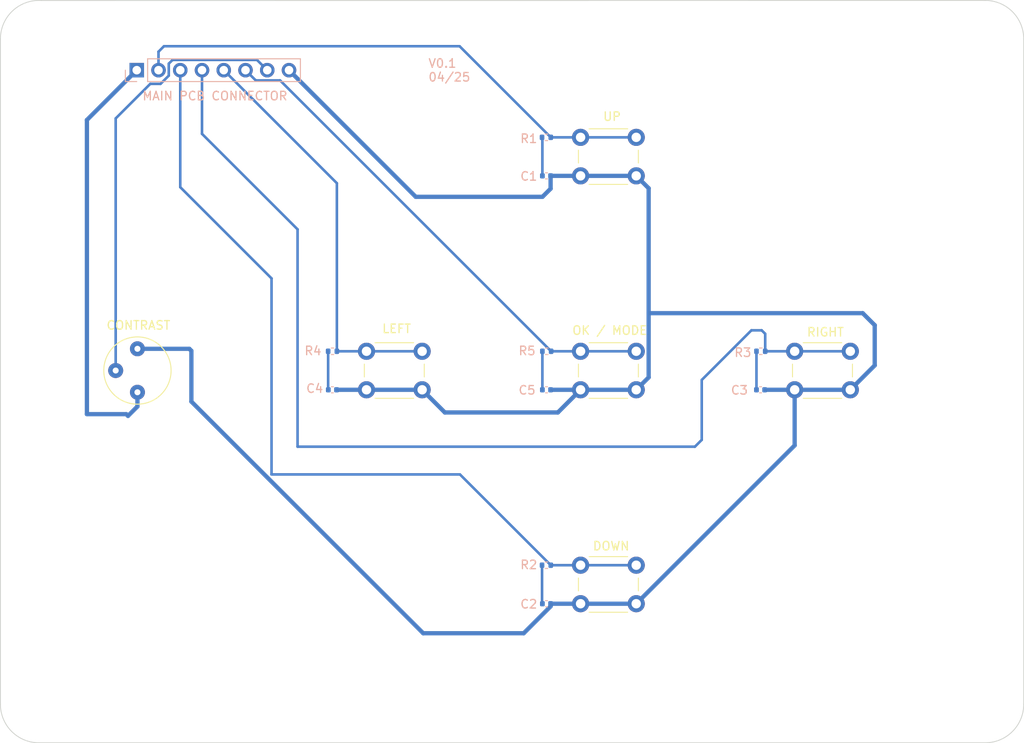
<source format=kicad_pcb>
(kicad_pcb (version 20240108) (generator "pcbnew") (generator_version "8.0")
  (layers (0 "F.Cu" signal) (31 "B.Cu" power) (34 "B.Paste" user) (35 "F.Paste" user) (36 "B.SilkS" user "B.Silkscreen") (37 "F.SilkS" user "F.Silkscreen") (38 "B.Mask" user) (39 "F.Mask" user) (44 "Edge.Cuts" user))
  (net 0 "")
  (net 1 "Net-(C1-Pad1)")
  (net 2 "GND")
  (net 3 "Net-(C2-Pad1)")
  (net 4 "Net-(C3-Pad1)")
  (net 5 "Net-(C4-Pad1)")
  (net 6 "Net-(C5-Pad1)")
  (net 7 "/BUTTON_RIGHT")
  (net 8 "/RV_OUT")
  (net 9 "/BUTTON_LEFT")
  (net 10 "/BUTTON_OK_MODE")
  (net 11 "/BUTTON_DOWN")
  (net 12 "/BUTTON_UP")
  (net 13 "+5V")
  (footprint "MountingHole:MountingHole_3.2mm_M3" (layer "F.Cu") (at 104 137.6)
    (property "Reference" "H4" (hide yes))
    (property "Value" "MountingHole" (hide yes))
    (pad "" np_thru_hole circle (at 0 0) (size 3.2 3.2) (drill 3.2) (layers "*.Cu" "*.Mask"))
  )
  (footprint "MountingHole:MountingHole_3.2mm_M3" (layer "F.Cu") (at 104 59.75)
    (property "Reference" "H1" (hide yes))
    (property "Value" "MountingHole" (hide yes))
    (pad "" np_thru_hole circle (at 0 0) (size 3.2 3.2) (drill 3.2) (layers "*.Cu" "*.Mask"))
  )
  (footprint "MountingHole:MountingHole_3.2mm_M3" (layer "F.Cu") (at 214.6 137.6)
    (property "Reference" "H3" (hide yes))
    (property "Value" "MountingHole" (hide yes))
    (pad "" np_thru_hole circle (at 0 0) (size 3.2 3.2) (drill 3.2) (layers "*.Cu" "*.Mask"))
  )
  (footprint "Potentiometer_THT:Potentiometer_Bourns_3339P_Vertical_HandSoldering" (layer "F.Cu") (at 115.5 101.04)
    (property "Reference" "RV1" (hide yes))
    (property "Value" "10k")
    (fp_circle (center 0 -2.54) (end 3.93 -2.54) (stroke (width 0.12)) (fill none) (layer "F.SilkS"))
    (pad "1" thru_hole circle (at 0 0) (size 1.75 1.75) (drill 0.7) (layers "*.Cu" "*.Mask") (net 13 "+5V"))
    (pad "2" thru_hole circle (at -2.54 -2.54) (size 1.75 1.75) (drill 0.7) (layers "*.Cu" "*.Mask") (net 8 "/RV_OUT"))
    (pad "3" thru_hole circle (at 0 -5.08) (size 1.75 1.75) (drill 0.7) (layers "*.Cu" "*.Mask") (net 2 "GND"))
  )
  (footprint "MountingHole:MountingHole_3.2mm_M3" (layer "F.Cu") (at 214.6 59.8)
    (property "Reference" "H2" (hide yes))
    (property "Value" "MountingHole" (hide yes))
    (pad "" np_thru_hole circle (at 0 0) (size 3.2 3.2) (drill 3.2) (layers "*.Cu" "*.Mask"))
  )
  (footprint "Button_Switch_THT:SW_PUSH_6mm_H7.3mm" (layer "F.Cu") (at 167.25 96.25)
    (property "Reference" "SW5" (hide yes))
    (property "Value" "SW_Push")
    (fp_line (start -0.25 1.5) (end -0.25 3) (stroke (width 0.12)) (layer "F.SilkS"))
    (fp_line (start 1 5.5) (end 5.5 5.5) (stroke (width 0.12)) (layer "F.SilkS"))
    (fp_line (start 5.5 -1) (end 1 -1) (stroke (width 0.12)) (layer "F.SilkS"))
    (fp_line (start 6.75 3) (end 6.75 1.5) (stroke (width 0.12)) (layer "F.SilkS"))
    (pad "1" thru_hole circle (at 0 0 90) (size 2 2) (drill 1.1) (layers "*.Cu" "*.Mask") (net 10 "/BUTTON_OK_MODE"))
    (pad "1" thru_hole circle (at 6.5 0 90) (size 2 2) (drill 1.1) (layers "*.Cu" "*.Mask") (net 10 "/BUTTON_OK_MODE"))
    (pad "2" thru_hole circle (at 0 4.5 90) (size 2 2) (drill 1.1) (layers "*.Cu" "*.Mask") (net 2 "GND"))
    (pad "2" thru_hole circle (at 6.5 4.5 90) (size 2 2) (drill 1.1) (layers "*.Cu" "*.Mask") (net 2 "GND"))
  )
  (footprint "Button_Switch_THT:SW_PUSH_6mm_H7.3mm" (layer "F.Cu") (at 167.25 121.25)
    (property "Reference" "SW2" (hide yes))
    (property "Value" "SW_Push")
    (fp_line (start -0.25 1.5) (end -0.25 3) (stroke (width 0.12)) (layer "F.SilkS"))
    (fp_line (start 1 5.5) (end 5.5 5.5) (stroke (width 0.12)) (layer "F.SilkS"))
    (fp_line (start 5.5 -1) (end 1 -1) (stroke (width 0.12)) (layer "F.SilkS"))
    (fp_line (start 6.75 3) (end 6.75 1.5) (stroke (width 0.12)) (layer "F.SilkS"))
    (pad "1" thru_hole circle (at 0 0 90) (size 2 2) (drill 1.1) (layers "*.Cu" "*.Mask") (net 11 "/BUTTON_DOWN"))
    (pad "1" thru_hole circle (at 6.5 0 90) (size 2 2) (drill 1.1) (layers "*.Cu" "*.Mask") (net 11 "/BUTTON_DOWN"))
    (pad "2" thru_hole circle (at 0 4.5 90) (size 2 2) (drill 1.1) (layers "*.Cu" "*.Mask") (net 2 "GND"))
    (pad "2" thru_hole circle (at 6.5 4.5 90) (size 2 2) (drill 1.1) (layers "*.Cu" "*.Mask") (net 2 "GND"))
  )
  (footprint "Button_Switch_THT:SW_PUSH_6mm_H7.3mm" (layer "F.Cu") (at 167.25 71.25)
    (property "Reference" "SW1" (hide yes))
    (property "Value" "SW_Push")
    (fp_line (start -0.25 1.5) (end -0.25 3) (stroke (width 0.12)) (layer "F.SilkS"))
    (fp_line (start 1 5.5) (end 5.5 5.5) (stroke (width 0.12)) (layer "F.SilkS"))
    (fp_line (start 5.5 -1) (end 1 -1) (stroke (width 0.12)) (layer "F.SilkS"))
    (fp_line (start 6.75 3) (end 6.75 1.5) (stroke (width 0.12)) (layer "F.SilkS"))
    (pad "1" thru_hole circle (at 0 0 90) (size 2 2) (drill 1.1) (layers "*.Cu" "*.Mask") (net 12 "/BUTTON_UP"))
    (pad "1" thru_hole circle (at 6.5 0 90) (size 2 2) (drill 1.1) (layers "*.Cu" "*.Mask") (net 12 "/BUTTON_UP"))
    (pad "2" thru_hole circle (at 0 4.5 90) (size 2 2) (drill 1.1) (layers "*.Cu" "*.Mask") (net 2 "GND"))
    (pad "2" thru_hole circle (at 6.5 4.5 90) (size 2 2) (drill 1.1) (layers "*.Cu" "*.Mask") (net 2 "GND"))
  )
  (footprint "Button_Switch_THT:SW_PUSH_6mm_H7.3mm" (layer "F.Cu") (at 142.25 96.25)
    (property "Reference" "SW4" (hide yes))
    (property "Value" "SW_Push")
    (fp_line (start -0.25 1.5) (end -0.25 3) (stroke (width 0.12)) (layer "F.SilkS"))
    (fp_line (start 1 5.5) (end 5.5 5.5) (stroke (width 0.12)) (layer "F.SilkS"))
    (fp_line (start 5.5 -1) (end 1 -1) (stroke (width 0.12)) (layer "F.SilkS"))
    (fp_line (start 6.75 3) (end 6.75 1.5) (stroke (width 0.12)) (layer "F.SilkS"))
    (pad "1" thru_hole circle (at 0 0 90) (size 2 2) (drill 1.1) (layers "*.Cu" "*.Mask") (net 9 "/BUTTON_LEFT"))
    (pad "1" thru_hole circle (at 6.5 0 90) (size 2 2) (drill 1.1) (layers "*.Cu" "*.Mask") (net 9 "/BUTTON_LEFT"))
    (pad "2" thru_hole circle (at 0 4.5 90) (size 2 2) (drill 1.1) (layers "*.Cu" "*.Mask") (net 2 "GND"))
    (pad "2" thru_hole circle (at 6.5 4.5 90) (size 2 2) (drill 1.1) (layers "*.Cu" "*.Mask") (net 2 "GND"))
  )
  (footprint "Button_Switch_THT:SW_PUSH_6mm_H7.3mm" (layer "F.Cu") (at 192.25 96.25)
    (property "Reference" "SW3" (hide yes))
    (property "Value" "SW_Push")
    (fp_line (start -0.25 1.5) (end -0.25 3) (stroke (width 0.12)) (layer "F.SilkS"))
    (fp_line (start 1 5.5) (end 5.5 5.5) (stroke (width 0.12)) (layer "F.SilkS"))
    (fp_line (start 5.5 -1) (end 1 -1) (stroke (width 0.12)) (layer "F.SilkS"))
    (fp_line (start 6.75 3) (end 6.75 1.5) (stroke (width 0.12)) (layer "F.SilkS"))
    (pad "1" thru_hole circle (at 0 0 90) (size 2 2) (drill 1.1) (layers "*.Cu" "*.Mask") (net 7 "/BUTTON_RIGHT"))
    (pad "1" thru_hole circle (at 6.5 0 90) (size 2 2) (drill 1.1) (layers "*.Cu" "*.Mask") (net 7 "/BUTTON_RIGHT"))
    (pad "2" thru_hole circle (at 0 4.5 90) (size 2 2) (drill 1.1) (layers "*.Cu" "*.Mask") (net 2 "GND"))
    (pad "2" thru_hole circle (at 6.5 4.5 90) (size 2 2) (drill 1.1) (layers "*.Cu" "*.Mask") (net 2 "GND"))
  )
  (footprint "Resistor_SMD:R_0402_1005Metric" (layer "B.Cu") (at 188.3 96.25 180)
    (property "Reference" "R3" (at 2.1 -0.15 0) (layer "B.SilkS"))
    (property "Value" "1k" (hide yes))
    (fp_line (start 0.153641 0.38) (end -0.153641 0.38) (stroke (width 0.12)) (layer "B.SilkS"))
    (fp_line (start 0.153641 -0.38) (end -0.153641 -0.38) (stroke (width 0.12)) (layer "B.SilkS"))
    (pad "1" smd roundrect (at -0.51 0 180) (size 0.54 0.64) (layers "B.Cu" "B.Paste" "B.Mask") (net 7 "/BUTTON_RIGHT"))
    (pad "2" smd roundrect (at 0.51 0 180) (size 0.54 0.64) (layers "B.Cu" "B.Paste" "B.Mask") (net 4 "Net-(C3-Pad1)"))
  )
  (footprint "Resistor_SMD:R_0402_1005Metric" (layer "B.Cu") (at 163.26 121.25 180)
    (property "Reference" "R2" (at 2.06 0.05 0) (layer "B.SilkS"))
    (property "Value" "1k" (hide yes))
    (fp_line (start 0.153641 0.38) (end -0.153641 0.38) (stroke (width 0.12)) (layer "B.SilkS"))
    (fp_line (start 0.153641 -0.38) (end -0.153641 -0.38) (stroke (width 0.12)) (layer "B.SilkS"))
    (pad "1" smd roundrect (at -0.51 0 180) (size 0.54 0.64) (layers "B.Cu" "B.Paste" "B.Mask") (net 11 "/BUTTON_DOWN"))
    (pad "2" smd roundrect (at 0.51 0 180) (size 0.54 0.64) (layers "B.Cu" "B.Paste" "B.Mask") (net 3 "Net-(C2-Pad1)"))
  )
  (footprint "Capacitor_SMD:C_0402_1005Metric" (layer "B.Cu") (at 163.27 100.75)
    (property "Reference" "C5" (at -2.27 0.05 0) (layer "B.SilkS"))
    (property "Value" "100n" (hide yes))
    (fp_line (start 0.107836 -0.36) (end -0.107836 -0.36) (stroke (width 0.12)) (layer "B.SilkS"))
    (fp_line (start 0.107836 0.36) (end -0.107836 0.36) (stroke (width 0.12)) (layer "B.SilkS"))
    (pad "1" smd roundrect (at -0.48 0) (size 0.56 0.62) (layers "B.Cu" "B.Paste" "B.Mask") (net 6 "Net-(C5-Pad1)"))
    (pad "2" smd roundrect (at 0.48 0) (size 0.56 0.62) (layers "B.Cu" "B.Paste" "B.Mask") (net 2 "GND"))
  )
  (footprint "Connector_PinSocket_2.54mm:PinSocket_1x08_P2.54mm_Vertical" (layer "B.Cu") (at 115.42 63.4 -90)
    (property "Reference" "J1" (hide yes))
    (property "Value" "Conn_01x08_Socket" (hide yes))
    (fp_line (start 1.33 1.33) (end 0 1.33) (stroke (width 0.12)) (layer "B.SilkS"))
    (fp_line (start 1.33 0) (end 1.33 1.33) (stroke (width 0.12)) (layer "B.SilkS"))
    (fp_line (start 1.33 -1.27) (end -1.33 -1.27) (stroke (width 0.12)) (layer "B.SilkS"))
    (fp_line (start -1.33 -19.11) (end -1.33 -1.27) (stroke (width 0.12)) (layer "B.SilkS"))
    (fp_line (start 1.33 -19.11) (end 1.33 -1.27) (stroke (width 0.12)) (layer "B.SilkS"))
    (fp_line (start 1.33 -19.11) (end -1.33 -19.11) (stroke (width 0.12)) (layer "B.SilkS"))
    (pad "1" thru_hole rect (at 0 0 270) (size 1.7 1.7) (drill 1) (layers "*.Cu" "*.Mask") (net 13 "+5V"))
    (pad "2" thru_hole oval (at 0 -2.54 270) (size 1.7 1.7) (drill 1) (layers "*.Cu" "*.Mask") (net 12 "/BUTTON_UP"))
    (pad "3" thru_hole oval (at 0 -5.08 270) (size 1.7 1.7) (drill 1) (layers "*.Cu" "*.Mask") (net 11 "/BUTTON_DOWN"))
    (pad "4" thru_hole oval (at 0 -7.62 270) (size 1.7 1.7) (drill 1) (layers "*.Cu" "*.Mask") (net 7 "/BUTTON_RIGHT"))
    (pad "5" thru_hole oval (at 0 -10.16 270) (size 1.7 1.7) (drill 1) (layers "*.Cu" "*.Mask") (net 9 "/BUTTON_LEFT"))
    (pad "6" thru_hole oval (at 0 -12.7 270) (size 1.7 1.7) (drill 1) (layers "*.Cu" "*.Mask") (net 10 "/BUTTON_OK_MODE"))
    (pad "7" thru_hole oval (at 0 -15.24 270) (size 1.7 1.7) (drill 1) (layers "*.Cu" "*.Mask") (net 8 "/RV_OUT"))
    (pad "8" thru_hole oval (at 0 -17.78 270) (size 1.7 1.7) (drill 1) (layers "*.Cu" "*.Mask") (net 2 "GND"))
  )
  (footprint "Capacitor_SMD:C_0402_1005Metric" (layer "B.Cu") (at 163.27 75.75)
    (property "Reference" "C1" (at -2.07 0.05 0) (layer "B.SilkS"))
    (property "Value" "100n" (hide yes))
    (fp_line (start 0.107836 -0.36) (end -0.107836 -0.36) (stroke (width 0.12)) (layer "B.SilkS"))
    (fp_line (start 0.107836 0.36) (end -0.107836 0.36) (stroke (width 0.12)) (layer "B.SilkS"))
    (pad "1" smd roundrect (at -0.48 0) (size 0.56 0.62) (layers "B.Cu" "B.Paste" "B.Mask") (net 1 "Net-(C1-Pad1)"))
    (pad "2" smd roundrect (at 0.48 0) (size 0.56 0.62) (layers "B.Cu" "B.Paste" "B.Mask") (net 2 "GND"))
  )
  (footprint "Capacitor_SMD:C_0402_1005Metric" (layer "B.Cu") (at 188.27 100.75)
    (property "Reference" "C3" (at -2.47 0.05 0) (layer "B.SilkS"))
    (property "Value" "100n" (hide yes))
    (fp_line (start 0.107836 -0.36) (end -0.107836 -0.36) (stroke (width 0.12)) (layer "B.SilkS"))
    (fp_line (start 0.107836 0.36) (end -0.107836 0.36) (stroke (width 0.12)) (layer "B.SilkS"))
    (pad "1" smd roundrect (at -0.48 0) (size 0.56 0.62) (layers "B.Cu" "B.Paste" "B.Mask") (net 4 "Net-(C3-Pad1)"))
    (pad "2" smd roundrect (at 0.48 0) (size 0.56 0.62) (layers "B.Cu" "B.Paste" "B.Mask") (net 2 "GND"))
  )
  (footprint "Resistor_SMD:R_0402_1005Metric" (layer "B.Cu") (at 163.3 96.25 180)
    (property "Reference" "R5" (at 2.3 0.05 0) (layer "B.SilkS"))
    (property "Value" "1k" (hide yes))
    (fp_line (start 0.153641 0.38) (end -0.153641 0.38) (stroke (width 0.12)) (layer "B.SilkS"))
    (fp_line (start 0.153641 -0.38) (end -0.153641 -0.38) (stroke (width 0.12)) (layer "B.SilkS"))
    (pad "1" smd roundrect (at -0.51 0 180) (size 0.54 0.64) (layers "B.Cu" "B.Paste" "B.Mask") (net 10 "/BUTTON_OK_MODE"))
    (pad "2" smd roundrect (at 0.51 0 180) (size 0.54 0.64) (layers "B.Cu" "B.Paste" "B.Mask") (net 6 "Net-(C5-Pad1)"))
  )
  (footprint "Resistor_SMD:R_0402_1005Metric" (layer "B.Cu") (at 163.26 71.25 180)
    (property "Reference" "R1" (at 2.06 -0.15 180) (layer "B.SilkS"))
    (property "Value" "1k" (hide yes))
    (fp_line (start 0.153641 0.38) (end -0.153641 0.38) (stroke (width 0.12)) (layer "B.SilkS"))
    (fp_line (start 0.153641 -0.38) (end -0.153641 -0.38) (stroke (width 0.12)) (layer "B.SilkS"))
    (pad "1" smd roundrect (at -0.51 0 180) (size 0.54 0.64) (layers "B.Cu" "B.Paste" "B.Mask") (net 12 "/BUTTON_UP"))
    (pad "2" smd roundrect (at 0.51 0 180) (size 0.54 0.64) (layers "B.Cu" "B.Paste" "B.Mask") (net 1 "Net-(C1-Pad1)"))
  )
  (footprint "Capacitor_SMD:C_0402_1005Metric" (layer "B.Cu") (at 163.27 125.75)
    (property "Reference" "C2" (at -2.07 0.05 0) (layer "B.SilkS"))
    (property "Value" "100n" (hide yes))
    (fp_line (start 0.107836 -0.36) (end -0.107836 -0.36) (stroke (width 0.12)) (layer "B.SilkS"))
    (fp_line (start 0.107836 0.36) (end -0.107836 0.36) (stroke (width 0.12)) (layer "B.SilkS"))
    (pad "1" smd roundrect (at -0.48 0) (size 0.56 0.62) (layers "B.Cu" "B.Paste" "B.Mask") (net 3 "Net-(C2-Pad1)"))
    (pad "2" smd roundrect (at 0.48 0) (size 0.56 0.62) (layers "B.Cu" "B.Paste" "B.Mask") (net 2 "GND"))
  )
  (footprint "Capacitor_SMD:C_0402_1005Metric" (layer "B.Cu") (at 138.27 100.75)
    (property "Reference" "C4" (at -2.07 -0.15 0) (layer "B.SilkS"))
    (property "Value" "100n" (hide yes))
    (fp_line (start 0.107836 -0.36) (end -0.107836 -0.36) (stroke (width 0.12)) (layer "B.SilkS"))
    (fp_line (start 0.107836 0.36) (end -0.107836 0.36) (stroke (width 0.12)) (layer "B.SilkS"))
    (pad "1" smd roundrect (at -0.48 0) (size 0.56 0.62) (layers "B.Cu" "B.Paste" "B.Mask") (net 5 "Net-(C4-Pad1)"))
    (pad "2" smd roundrect (at 0.48 0) (size 0.56 0.62) (layers "B.Cu" "B.Paste" "B.Mask") (net 2 "GND"))
  )
  (footprint "Resistor_SMD:R_0402_1005Metric" (layer "B.Cu") (at 138.28 96.25 180)
    (property "Reference" "R4" (at 2.28 0.05 0) (layer "B.SilkS"))
    (property "Value" "1k" (hide yes))
    (fp_line (start 0.153641 0.38) (end -0.153641 0.38) (stroke (width 0.12)) (layer "B.SilkS"))
    (fp_line (start 0.153641 -0.38) (end -0.153641 -0.38) (stroke (width 0.12)) (layer "B.SilkS"))
    (pad "1" smd roundrect (at -0.51 0 180) (size 0.54 0.64) (layers "B.Cu" "B.Paste" "B.Mask") (net 9 "/BUTTON_LEFT"))
    (pad "2" smd roundrect (at 0.51 0 180) (size 0.54 0.64) (layers "B.Cu" "B.Paste" "B.Mask") (net 5 "Net-(C4-Pad1)"))
  )
  (gr_line (start 219 59.75) (end 219 137.5) (stroke (width 0.1)) (layer "Edge.Cuts"))
  (gr_arc (start 99.5 59.75) (mid 100.912859 56.475926) (end 104.264249 55.257765) (stroke (width 0.1)) (layer "Edge.Cuts"))
  (gr_line (start 214.75 142) (end 104 142) (stroke (width 0.1)) (layer "Edge.Cuts"))
  (gr_line (start 214.5 55.25) (end 104.264249 55.257765) (stroke (width 0.1)) (layer "Edge.Cuts"))
  (gr_arc (start 214.5 55.25) (mid 217.681981 56.568019) (end 219 59.75) (stroke (width 0.1)) (layer "Edge.Cuts"))
  (gr_arc (start 104 142) (mid 100.818019 140.681981) (end 99.5 137.5) (stroke (width 0.1)) (layer "Edge.Cuts"))
  (gr_line (start 99.5 59.75) (end 99.5 137.5) (stroke (width 0.1)) (layer "Edge.Cuts"))
  (gr_arc (start 219 137.5) (mid 217.769042 140.592469) (end 214.749615 141.993072) (stroke (width 0.1)) (layer "Edge.Cuts"))
  (gr_text "V0.1\n04/25" (at 149.4 64.8 0) (layer "B.SilkS") (effects (font (size 1 1)) (justify left bottom)))
  (gr_text "MAIN PCB CONNECTOR" (at 116 67 0) (layer "B.SilkS") (effects (font (size 1 1)) (justify left bottom)))
  (gr_text "UP" (at 169.8 69.4 0) (layer "F.SilkS") (effects (font (size 1 1)) (justify left bottom)))
  (gr_text "RIGHT" (at 193.6 94.6 0) (layer "F.SilkS") (effects (font (size 1 1)) (justify left bottom)))
  (gr_text "DOWN" (at 168.6 119.6 0) (layer "F.SilkS") (effects (font (size 1 1)) (justify left bottom)))
  (gr_text "CONTRAST" (at 111.8 93.8 0) (layer "F.SilkS") (effects (font (size 1 1)) (justify left bottom)))
  (gr_text "LEFT" (at 144 94.2 0) (layer "F.SilkS") (effects (font (size 1 1)) (justify left bottom)))
  (gr_text "OK / MODE" (at 166.2 94.4 0) (layer "F.SilkS") (effects (font (size 1 1)) (justify left bottom)))
  (segment (start 162.79 75.75) (end 162.79 71.29) (width 0.3) (layer "B.Cu") (net 1))
  (segment (start 162.79 71.29) (end 162.75 71.25) (width 0.3) (layer "B.Cu") (net 1))
  (segment (start 192.25 100.75) (end 198.75 100.75) (width 0.5) (layer "B.Cu") (net 2))
  (segment (start 175.2 91.8) (end 175.2 77.2) (width 0.5) (layer "B.Cu") (net 2))
  (segment (start 173.75 100.75) (end 167.25 100.75) (width 0.5) (layer "B.Cu") (net 2))
  (segment (start 162.8 78.2) (end 163.75 77.25) (width 0.5) (layer "B.Cu") (net 2))
  (segment (start 121.56 95.96) (end 121.8 96.2) (width 0.5) (layer "B.Cu") (net 2))
  (segment (start 163.75 77.25) (end 163.75 75.75) (width 0.5) (layer "B.Cu") (net 2))
  (segment (start 167.25 125.75) (end 173.75 125.75) (width 0.5) (layer "B.Cu") (net 2))
  (segment (start 142.25 100.75) (end 148.75 100.75) (width 0.5) (layer "B.Cu") (net 2))
  (segment (start 121.8 96.2) (end 121.8 102.128528) (width 0.5) (layer "B.Cu") (net 2))
  (segment (start 151.4 103.4) (end 164.6 103.4) (width 0.5) (layer "B.Cu") (net 2))
  (segment (start 173.75 100.75) (end 175.2 99.3) (width 0.5) (layer "B.Cu") (net 2))
  (segment (start 173.75 75.75) (end 167.25 75.75) (width 0.5) (layer "B.Cu") (net 2))
  (segment (start 167.25 100.75) (end 163.75 100.75) (width 0.5) (layer "B.Cu") (net 2))
  (segment (start 192.25 100.75) (end 192.25 107.25) (width 0.5) (layer "B.Cu") (net 2))
  (segment (start 201.6 93.2) (end 200.2 91.8) (width 0.5) (layer "B.Cu") (net 2))
  (segment (start 167.25 75.75) (end 163.75 75.75) (width 0.5) (layer "B.Cu") (net 2))
  (segment (start 201.6 97.9) (end 201.6 93.2) (width 0.5) (layer "B.Cu") (net 2))
  (segment (start 148.75 100.75) (end 151.4 103.4) (width 0.5) (layer "B.Cu") (net 2))
  (segment (start 148 78.2) (end 162.8 78.2) (width 0.5) (layer "B.Cu") (net 2))
  (segment (start 175.2 77.2) (end 173.75 75.75) (width 0.5) (layer "B.Cu") (net 2))
  (segment (start 142.25 100.75) (end 138.75 100.75) (width 0.5) (layer "B.Cu") (net 2))
  (segment (start 163.75 126.059999) (end 163.75 125.75) (width 0.5) (layer "B.Cu") (net 2))
  (segment (start 175.2 99.3) (end 175.2 91.8) (width 0.5) (layer "B.Cu") (net 2))
  (segment (start 167.25 125.75) (end 163.75 125.75) (width 0.5) (layer "B.Cu") (net 2))
  (segment (start 115.5 95.96) (end 121.56 95.96) (width 0.5) (layer "B.Cu") (net 2))
  (segment (start 198.75 100.75) (end 201.6 97.9) (width 0.5) (layer "B.Cu") (net 2))
  (segment (start 148.871472 129.2) (end 160.609999 129.2) (width 0.5) (layer "B.Cu") (net 2))
  (segment (start 160.609999 129.2) (end 163.75 126.059999) (width 0.5) (layer "B.Cu") (net 2))
  (segment (start 121.8 102.128528) (end 148.871472 129.2) (width 0.5) (layer "B.Cu") (net 2))
  (segment (start 200.2 91.8) (end 175.2 91.8) (width 0.5) (layer "B.Cu") (net 2))
  (segment (start 192.25 107.25) (end 173.75 125.75) (width 0.5) (layer "B.Cu") (net 2))
  (segment (start 164.6 103.4) (end 167.25 100.75) (width 0.5) (layer "B.Cu") (net 2))
  (segment (start 188.75 100.75) (end 192.25 100.75) (width 0.5) (layer "B.Cu") (net 2))
  (segment (start 133.2 63.4) (end 148 78.2) (width 0.5) (layer "B.Cu") (net 2))
  (segment (start 162.75 121.25) (end 162.75 125.71) (width 0.3) (layer "B.Cu") (net 3))
  (segment (start 162.75 125.71) (end 162.79 125.75) (width 0.3) (layer "B.Cu") (net 3))
  (segment (start 187.79 96.25) (end 187.79 100.75) (width 0.3) (layer "B.Cu") (net 4))
  (segment (start 137.77 96.25) (end 137.77 100.73) (width 0.3) (layer "B.Cu") (net 5))
  (segment (start 137.77 100.73) (end 137.79 100.75) (width 0.3) (layer "B.Cu") (net 5))
  (segment (start 162.79 96.25) (end 162.79 100.75) (width 0.3) (layer "B.Cu") (net 6))
  (segment (start 134.2 107.4) (end 180.6 107.4) (width 0.3) (layer "B.Cu") (net 7))
  (segment (start 188.81 96.25) (end 192.25 96.25) (width 0.3) (layer "B.Cu") (net 7))
  (segment (start 187.2 93.8) (end 188.4 93.8) (width 0.3) (layer "B.Cu") (net 7))
  (segment (start 123.04 70.84) (end 134.2 82) (width 0.3) (layer "B.Cu") (net 7))
  (segment (start 188.4 93.8) (end 188.81 94.21) (width 0.3) (layer "B.Cu") (net 7))
  (segment (start 188.81 94.21) (end 188.81 96.25) (width 0.3) (layer "B.Cu") (net 7))
  (segment (start 123.04 63.4) (end 123.04 70.84) (width 0.3) (layer "B.Cu") (net 7))
  (segment (start 181.4 99.6) (end 187.2 93.8) (width 0.3) (layer "B.Cu") (net 7))
  (segment (start 192.25 96.25) (end 198.75 96.25) (width 0.3) (layer "B.Cu") (net 7))
  (segment (start 134.2 82) (end 134.2 107.4) (width 0.3) (layer "B.Cu") (net 7))
  (segment (start 180.6 107.4) (end 181.4 106.6) (width 0.3) (layer "B.Cu") (net 7))
  (segment (start 181.4 106.6) (end 181.4 99.6) (width 0.3) (layer "B.Cu") (net 7))
  (segment (start 119.16 62.64) (end 119.16 64.04) (width 0.3) (layer "B.Cu") (net 8))
  (segment (start 130.66 63.4) (end 129.46 62.2) (width 0.3) (layer "B.Cu") (net 8))
  (segment (start 129.46 62.2) (end 119.6 62.2) (width 0.3) (layer "B.Cu") (net 8))
  (segment (start 117 65) (end 112.96 69.04) (width 0.3) (layer "B.Cu") (net 8))
  (segment (start 119.16 64.04) (end 118.2 65) (width 0.3) (layer "B.Cu") (net 8))
  (segment (start 112.96 69.04) (end 112.96 98.5) (width 0.3) (layer "B.Cu") (net 8))
  (segment (start 118.2 65) (end 117 65) (width 0.3) (layer "B.Cu") (net 8))
  (segment (start 119.6 62.2) (end 119.16 62.64) (width 0.3) (layer "B.Cu") (net 8))
  (segment (start 125.58 63.4) (end 138.79 76.61) (width 0.3) (layer "B.Cu") (net 9))
  (segment (start 138.79 96.25) (end 142.25 96.25) (width 0.3) (layer "B.Cu") (net 9))
  (segment (start 138.79 76.61) (end 138.79 96.25) (width 0.3) (layer "B.Cu") (net 9))
  (segment (start 142.25 96.25) (end 148.75 96.25) (width 0.3) (layer "B.Cu") (net 9))
  (segment (start 128.12 63.4) (end 129.32 64.6) (width 0.3) (layer "B.Cu") (net 10))
  (segment (start 132.16 64.6) (end 163.81 96.25) (width 0.3) (layer "B.Cu") (net 10))
  (segment (start 129.32 64.6) (end 132.16 64.6) (width 0.3) (layer "B.Cu") (net 10))
  (segment (start 163.81 96.25) (end 167.25 96.25) (width 0.3) (layer "B.Cu") (net 10))
  (segment (start 167.25 96.25) (end 173.75 96.25) (width 0.3) (layer "B.Cu") (net 10))
  (segment (start 131.16 87.732894) (end 131.16 110.64) (width 0.3) (layer "B.Cu") (net 11))
  (segment (start 153.16 110.64) (end 163.77 121.25) (width 0.3) (layer "B.Cu") (net 11))
  (segment (start 120.5 63.4) (end 120.5 77.072894) (width 0.3) (layer "B.Cu") (net 11))
  (segment (start 131.16 110.64) (end 153.16 110.64) (width 0.3) (layer "B.Cu") (net 11))
  (segment (start 167.25 121.25) (end 173.75 121.25) (width 0.3) (layer "B.Cu") (net 11))
  (segment (start 167.25 121.25) (end 163.77 121.25) (width 0.3) (layer "B.Cu") (net 11))
  (segment (start 120.5 77.072894) (end 131.16 87.732894) (width 0.3) (layer "B.Cu") (net 11))
  (segment (start 118.6 60.6) (end 117.96 61.24) (width 0.3) (layer "B.Cu") (net 12))
  (segment (start 163.77 71.25) (end 167.25 71.25) (width 0.3) (layer "B.Cu") (net 12))
  (segment (start 153.12 60.6) (end 118.6 60.6) (width 0.3) (layer "B.Cu") (net 12))
  (segment (start 167.25 71.25) (end 173.75 71.25) (width 0.3) (layer "B.Cu") (net 12))
  (segment (start 117.96 61.24) (end 117.96 63.4) (width 0.3) (layer "B.Cu") (net 12))
  (segment (start 163.77 71.25) (end 153.12 60.6) (width 0.3) (layer "B.Cu") (net 12))
  (segment (start 115.42 63.4) (end 109.6 69.22) (width 0.5) (layer "B.Cu") (net 13))
  (segment (start 114.2 103.6) (end 114.4 103.8) (width 0.5) (layer "B.Cu") (net 13))
  (segment (start 115.5 102.7) (end 115.5 101.04) (width 0.5) (layer "B.Cu") (net 13))
  (segment (start 114.4 103.8) (end 115.5 102.7) (width 0.5) (layer "B.Cu") (net 13))
  (segment (start 109.6 103.6) (end 114.2 103.6) (width 0.5) (layer "B.Cu") (net 13))
  (segment (start 109.6 69.22) (end 109.6 103.6) (width 0.5) (layer "B.Cu") (net 13))
)
</source>
